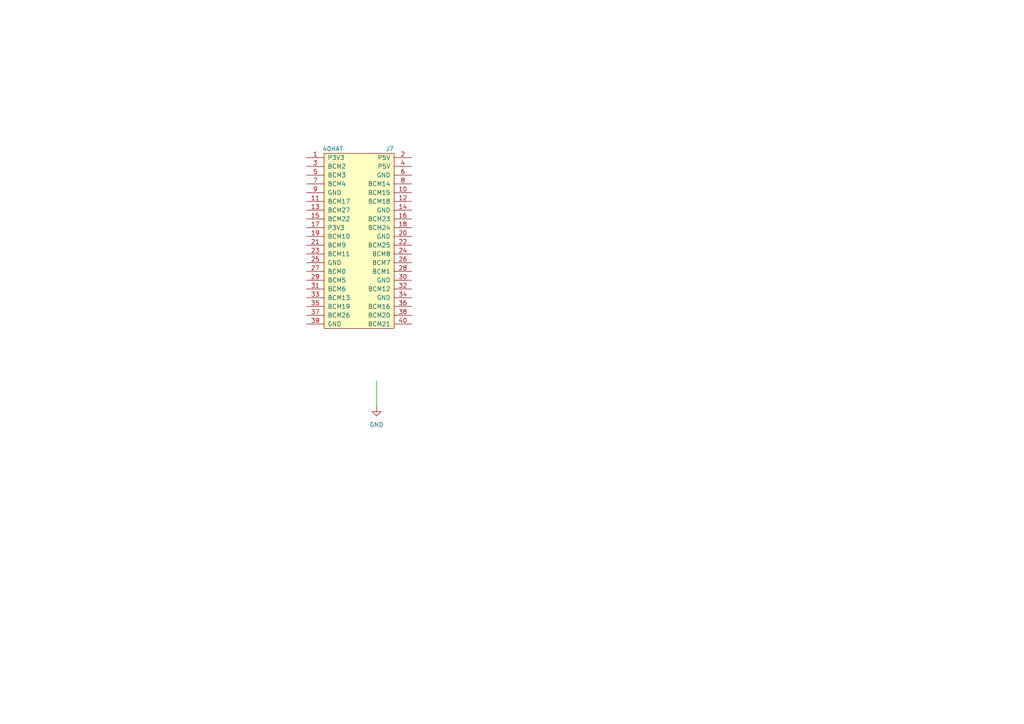
<source format=kicad_sch>
(kicad_sch (version 20231120) (generator "eeschema") (generator_version "8.0")
  (paper "A4")
  (lib_symbols
    (symbol "power:GND" (power) (pin_numbers hide) (pin_names (offset 0) hide)
      (property "Value" "GND" (at 0 -3.81 0))
      (symbol "GND_0_1"
        (polyline (pts (xy 0 0) (xy 0 -1.27) (xy 1.27 -1.27) (xy 0 -2.54) (xy -1.27 -1.27) (xy 0 -1.27)))
      )
      (symbol "GND_1_1"
        (pin power_in line (at 0 0 270) (length 0) (name "~") (number "1"))
      )
    )
    (symbol "raspberrypi_hat:OX40HAT" (pin_names (offset 1.016))
      (property "Reference" "J" (at 8.89 2.54 0))
      (property "Value" "OX40HAT" (at -7.62 2.54 0))
      (symbol "OX40HAT_0_1"
        (rectangle (start -10.16 1.27) (end 10.16 -49.53) (fill (type background)))
      )
      (symbol "OX40HAT_1_1"
        (pin bidirectional line (at -15.24 0 0) (length 5.08) (name "P3V3") (number "1"))
        (pin bidirectional line (at 15.24 -10.16 180) (length 5.08) (name "BCM15") (number "10"))
        (pin bidirectional line (at -15.24 -12.7 0) (length 5.08) (name "BCM17") (number "11"))
        (pin bidirectional line (at 15.24 -12.7 180) (length 5.08) (name "BCM18") (number "12"))
        (pin bidirectional line (at -15.24 -15.24 0) (length 5.08) (name "BCM27") (number "13"))
        (pin bidirectional line (at 15.24 -15.24 180) (length 5.08) (name "GND") (number "14"))
        (pin bidirectional line (at -15.24 -17.78 0) (length 5.08) (name "BCM22") (number "15"))
        (pin bidirectional line (at 15.24 -17.78 180) (length 5.08) (name "BCM23") (number "16"))
        (pin bidirectional line (at -15.24 -20.32 0) (length 5.08) (name "P3V3") (number "17"))
        (pin bidirectional line (at 15.24 -20.32 180) (length 5.08) (name "BCM24") (number "18"))
        (pin bidirectional line (at -15.24 -22.86 0) (length 5.08) (name "BCM10") (number "19"))
        (pin bidirectional line (at 15.24 0 180) (length 5.08) (name "P5V") (number "2"))
        (pin bidirectional line (at 15.24 -22.86 180) (length 5.08) (name "GND") (number "20"))
        (pin bidirectional line (at -15.24 -25.4 0) (length 5.08) (name "BCM9") (number "21"))
        (pin bidirectional line (at 15.24 -25.4 180) (length 5.08) (name "BCM25") (number "22"))
        (pin bidirectional line (at -15.24 -27.94 0) (length 5.08) (name "BCM11") (number "23"))
        (pin bidirectional line (at 15.24 -27.94 180) (length 5.08) (name "BCM8") (number "24"))
        (pin bidirectional line (at -15.24 -30.48 0) (length 5.08) (name "GND") (number "25"))
        (pin bidirectional line (at 15.24 -30.48 180) (length 5.08) (name "BCM7") (number "26"))
        (pin bidirectional line (at -15.24 -33.02 0) (length 5.08) (name "BCM0") (number "27"))
        (pin bidirectional line (at 15.24 -33.02 180) (length 5.08) (name "BCM1") (number "28"))
        (pin bidirectional line (at -15.24 -35.56 0) (length 5.08) (name "BCM5") (number "29"))
        (pin bidirectional line (at -15.24 -2.54 0) (length 5.08) (name "BCM2") (number "3"))
        (pin bidirectional line (at 15.24 -35.56 180) (length 5.08) (name "GND") (number "30"))
        (pin bidirectional line (at -15.24 -38.1 0) (length 5.08) (name "BCM6") (number "31"))
        (pin bidirectional line (at 15.24 -38.1 180) (length 5.08) (name "BCM12") (number "32"))
        (pin bidirectional line (at -15.24 -40.64 0) (length 5.08) (name "BCM13") (number "33"))
        (pin bidirectional line (at 15.24 -40.64 180) (length 5.08) (name "GND") (number "34"))
        (pin bidirectional line (at -15.24 -43.18 0) (length 5.08) (name "BCM19") (number "35"))
        (pin bidirectional line (at 15.24 -43.18 180) (length 5.08) (name "BCM16") (number "36"))
        (pin bidirectional line (at -15.24 -45.72 0) (length 5.08) (name "BCM26") (number "37"))
        (pin bidirectional line (at 15.24 -45.72 180) (length 5.08) (name "BCM20") (number "38"))
        (pin bidirectional line (at -15.24 -48.26 0) (length 5.08) (name "GND") (number "39"))
        (pin bidirectional line (at 15.24 -2.54 180) (length 5.08) (name "P5V") (number "4"))
        (pin bidirectional line (at 15.24 -48.26 180) (length 5.08) (name "BCM21") (number "40"))
        (pin bidirectional line (at -15.24 -5.08 0) (length 5.08) (name "BCM3") (number "5"))
        (pin bidirectional line (at 15.24 -5.08 180) (length 5.08) (name "GND") (number "6"))
        (pin bidirectional line (at -15.24 -7.62 0) (length 5.08) (name "BCM4") (number "7"))
        (pin bidirectional line (at 15.24 -7.62 180) (length 5.08) (name "BCM14") (number "8"))
        (pin bidirectional line (at -15.24 -10.16 0) (length 5.08) (name "GND") (number "9"))
      )
    )
  )
  (wire (pts (xy 109.22 110.49) (xy 109.22 118.11)))
  (symbol (lib_id "power:GND") (at 109.22 118.11 0) (unit 1)
    (property "Reference" "#PWR06" (effects (hide yes)))
    (property "Value" "GND" (at 109.22 123.19 0))
    (property "Description" "Power symbol creates a global label with name \"GND\" , ground" (effects (hide yes)))
  )
  (symbol (lib_id "raspberrypi_hat:OX40HAT") (at 104.14 45.72 0) (unit 1)
    (property "Reference" "J7" (at 113.03 43.18 0))
    (property "Value" "40HAT" (at 96.52 43.18 0))
    (property "Footprint" "Connector_PinSocket_2.54mm:PinSocket_2x20_P2.54mm_Vertical" (effects (hide yes)))
    (property "populate" "0" (effects (hide yes)))
  )
)
</source>
